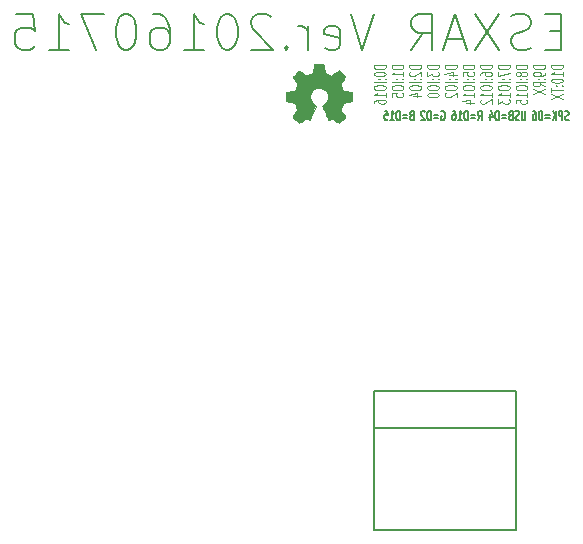
<source format=gbr>
G04 #@! TF.FileFunction,Legend,Bot*
%FSLAX46Y46*%
G04 Gerber Fmt 4.6, Leading zero omitted, Abs format (unit mm)*
G04 Created by KiCad (PCBNEW 4.0.2+dfsg1-stable) date 2016年07月15日 17時34分00秒*
%MOMM*%
G01*
G04 APERTURE LIST*
%ADD10C,0.100000*%
%ADD11C,0.150000*%
%ADD12C,0.132500*%
%ADD13C,0.002540*%
G04 APERTURE END LIST*
D10*
X168212381Y-113172857D02*
X167212381Y-113172857D01*
X167212381Y-113315714D01*
X167260000Y-113401429D01*
X167355238Y-113458571D01*
X167450476Y-113487143D01*
X167640952Y-113515714D01*
X167783810Y-113515714D01*
X167974286Y-113487143D01*
X168069524Y-113458571D01*
X168164762Y-113401429D01*
X168212381Y-113315714D01*
X168212381Y-113172857D01*
X167212381Y-113887143D02*
X167212381Y-113944286D01*
X167260000Y-114001429D01*
X167307619Y-114030000D01*
X167402857Y-114058571D01*
X167593333Y-114087143D01*
X167831429Y-114087143D01*
X168021905Y-114058571D01*
X168117143Y-114030000D01*
X168164762Y-114001429D01*
X168212381Y-113944286D01*
X168212381Y-113887143D01*
X168164762Y-113830000D01*
X168117143Y-113801429D01*
X168021905Y-113772857D01*
X167831429Y-113744286D01*
X167593333Y-113744286D01*
X167402857Y-113772857D01*
X167307619Y-113801429D01*
X167260000Y-113830000D01*
X167212381Y-113887143D01*
X168117143Y-114344286D02*
X168164762Y-114372858D01*
X168212381Y-114344286D01*
X168164762Y-114315715D01*
X168117143Y-114344286D01*
X168212381Y-114344286D01*
X167593333Y-114344286D02*
X167640952Y-114372858D01*
X167688571Y-114344286D01*
X167640952Y-114315715D01*
X167593333Y-114344286D01*
X167688571Y-114344286D01*
X168212381Y-114630000D02*
X167212381Y-114630000D01*
X167212381Y-115030000D02*
X167212381Y-115144286D01*
X167260000Y-115201428D01*
X167355238Y-115258571D01*
X167545714Y-115287143D01*
X167879048Y-115287143D01*
X168069524Y-115258571D01*
X168164762Y-115201428D01*
X168212381Y-115144286D01*
X168212381Y-115030000D01*
X168164762Y-114972857D01*
X168069524Y-114915714D01*
X167879048Y-114887143D01*
X167545714Y-114887143D01*
X167355238Y-114915714D01*
X167260000Y-114972857D01*
X167212381Y-115030000D01*
X168212381Y-115858571D02*
X168212381Y-115515714D01*
X168212381Y-115687142D02*
X167212381Y-115687142D01*
X167355238Y-115629999D01*
X167450476Y-115572857D01*
X167498095Y-115515714D01*
X167212381Y-116372857D02*
X167212381Y-116258571D01*
X167260000Y-116201428D01*
X167307619Y-116172857D01*
X167450476Y-116115714D01*
X167640952Y-116087143D01*
X168021905Y-116087143D01*
X168117143Y-116115714D01*
X168164762Y-116144286D01*
X168212381Y-116201428D01*
X168212381Y-116315714D01*
X168164762Y-116372857D01*
X168117143Y-116401428D01*
X168021905Y-116430000D01*
X167783810Y-116430000D01*
X167688571Y-116401428D01*
X167640952Y-116372857D01*
X167593333Y-116315714D01*
X167593333Y-116201428D01*
X167640952Y-116144286D01*
X167688571Y-116115714D01*
X167783810Y-116087143D01*
X169712381Y-113172857D02*
X168712381Y-113172857D01*
X168712381Y-113315714D01*
X168760000Y-113401429D01*
X168855238Y-113458571D01*
X168950476Y-113487143D01*
X169140952Y-113515714D01*
X169283810Y-113515714D01*
X169474286Y-113487143D01*
X169569524Y-113458571D01*
X169664762Y-113401429D01*
X169712381Y-113315714D01*
X169712381Y-113172857D01*
X169712381Y-114087143D02*
X169712381Y-113744286D01*
X169712381Y-113915714D02*
X168712381Y-113915714D01*
X168855238Y-113858571D01*
X168950476Y-113801429D01*
X168998095Y-113744286D01*
X169617143Y-114344286D02*
X169664762Y-114372858D01*
X169712381Y-114344286D01*
X169664762Y-114315715D01*
X169617143Y-114344286D01*
X169712381Y-114344286D01*
X169093333Y-114344286D02*
X169140952Y-114372858D01*
X169188571Y-114344286D01*
X169140952Y-114315715D01*
X169093333Y-114344286D01*
X169188571Y-114344286D01*
X169712381Y-114630000D02*
X168712381Y-114630000D01*
X168712381Y-115030000D02*
X168712381Y-115144286D01*
X168760000Y-115201428D01*
X168855238Y-115258571D01*
X169045714Y-115287143D01*
X169379048Y-115287143D01*
X169569524Y-115258571D01*
X169664762Y-115201428D01*
X169712381Y-115144286D01*
X169712381Y-115030000D01*
X169664762Y-114972857D01*
X169569524Y-114915714D01*
X169379048Y-114887143D01*
X169045714Y-114887143D01*
X168855238Y-114915714D01*
X168760000Y-114972857D01*
X168712381Y-115030000D01*
X168712381Y-115829999D02*
X168712381Y-115544285D01*
X169188571Y-115515714D01*
X169140952Y-115544285D01*
X169093333Y-115601428D01*
X169093333Y-115744285D01*
X169140952Y-115801428D01*
X169188571Y-115829999D01*
X169283810Y-115858571D01*
X169521905Y-115858571D01*
X169617143Y-115829999D01*
X169664762Y-115801428D01*
X169712381Y-115744285D01*
X169712381Y-115601428D01*
X169664762Y-115544285D01*
X169617143Y-115515714D01*
X171212381Y-113172857D02*
X170212381Y-113172857D01*
X170212381Y-113315714D01*
X170260000Y-113401429D01*
X170355238Y-113458571D01*
X170450476Y-113487143D01*
X170640952Y-113515714D01*
X170783810Y-113515714D01*
X170974286Y-113487143D01*
X171069524Y-113458571D01*
X171164762Y-113401429D01*
X171212381Y-113315714D01*
X171212381Y-113172857D01*
X170307619Y-113744286D02*
X170260000Y-113772857D01*
X170212381Y-113830000D01*
X170212381Y-113972857D01*
X170260000Y-114030000D01*
X170307619Y-114058571D01*
X170402857Y-114087143D01*
X170498095Y-114087143D01*
X170640952Y-114058571D01*
X171212381Y-113715714D01*
X171212381Y-114087143D01*
X171117143Y-114344286D02*
X171164762Y-114372858D01*
X171212381Y-114344286D01*
X171164762Y-114315715D01*
X171117143Y-114344286D01*
X171212381Y-114344286D01*
X170593333Y-114344286D02*
X170640952Y-114372858D01*
X170688571Y-114344286D01*
X170640952Y-114315715D01*
X170593333Y-114344286D01*
X170688571Y-114344286D01*
X171212381Y-114630000D02*
X170212381Y-114630000D01*
X170212381Y-115030000D02*
X170212381Y-115144286D01*
X170260000Y-115201428D01*
X170355238Y-115258571D01*
X170545714Y-115287143D01*
X170879048Y-115287143D01*
X171069524Y-115258571D01*
X171164762Y-115201428D01*
X171212381Y-115144286D01*
X171212381Y-115030000D01*
X171164762Y-114972857D01*
X171069524Y-114915714D01*
X170879048Y-114887143D01*
X170545714Y-114887143D01*
X170355238Y-114915714D01*
X170260000Y-114972857D01*
X170212381Y-115030000D01*
X170545714Y-115801428D02*
X171212381Y-115801428D01*
X170164762Y-115658571D02*
X170879048Y-115515714D01*
X170879048Y-115887142D01*
X172712381Y-113172857D02*
X171712381Y-113172857D01*
X171712381Y-113315714D01*
X171760000Y-113401429D01*
X171855238Y-113458571D01*
X171950476Y-113487143D01*
X172140952Y-113515714D01*
X172283810Y-113515714D01*
X172474286Y-113487143D01*
X172569524Y-113458571D01*
X172664762Y-113401429D01*
X172712381Y-113315714D01*
X172712381Y-113172857D01*
X171712381Y-113715714D02*
X171712381Y-114087143D01*
X172093333Y-113887143D01*
X172093333Y-113972857D01*
X172140952Y-114030000D01*
X172188571Y-114058571D01*
X172283810Y-114087143D01*
X172521905Y-114087143D01*
X172617143Y-114058571D01*
X172664762Y-114030000D01*
X172712381Y-113972857D01*
X172712381Y-113801429D01*
X172664762Y-113744286D01*
X172617143Y-113715714D01*
X172617143Y-114344286D02*
X172664762Y-114372858D01*
X172712381Y-114344286D01*
X172664762Y-114315715D01*
X172617143Y-114344286D01*
X172712381Y-114344286D01*
X172093333Y-114344286D02*
X172140952Y-114372858D01*
X172188571Y-114344286D01*
X172140952Y-114315715D01*
X172093333Y-114344286D01*
X172188571Y-114344286D01*
X172712381Y-114630000D02*
X171712381Y-114630000D01*
X171712381Y-115030000D02*
X171712381Y-115144286D01*
X171760000Y-115201428D01*
X171855238Y-115258571D01*
X172045714Y-115287143D01*
X172379048Y-115287143D01*
X172569524Y-115258571D01*
X172664762Y-115201428D01*
X172712381Y-115144286D01*
X172712381Y-115030000D01*
X172664762Y-114972857D01*
X172569524Y-114915714D01*
X172379048Y-114887143D01*
X172045714Y-114887143D01*
X171855238Y-114915714D01*
X171760000Y-114972857D01*
X171712381Y-115030000D01*
X171712381Y-115658571D02*
X171712381Y-115715714D01*
X171760000Y-115772857D01*
X171807619Y-115801428D01*
X171902857Y-115829999D01*
X172093333Y-115858571D01*
X172331429Y-115858571D01*
X172521905Y-115829999D01*
X172617143Y-115801428D01*
X172664762Y-115772857D01*
X172712381Y-115715714D01*
X172712381Y-115658571D01*
X172664762Y-115601428D01*
X172617143Y-115572857D01*
X172521905Y-115544285D01*
X172331429Y-115515714D01*
X172093333Y-115515714D01*
X171902857Y-115544285D01*
X171807619Y-115572857D01*
X171760000Y-115601428D01*
X171712381Y-115658571D01*
X174212381Y-113172857D02*
X173212381Y-113172857D01*
X173212381Y-113315714D01*
X173260000Y-113401429D01*
X173355238Y-113458571D01*
X173450476Y-113487143D01*
X173640952Y-113515714D01*
X173783810Y-113515714D01*
X173974286Y-113487143D01*
X174069524Y-113458571D01*
X174164762Y-113401429D01*
X174212381Y-113315714D01*
X174212381Y-113172857D01*
X173545714Y-114030000D02*
X174212381Y-114030000D01*
X173164762Y-113887143D02*
X173879048Y-113744286D01*
X173879048Y-114115714D01*
X174117143Y-114344286D02*
X174164762Y-114372858D01*
X174212381Y-114344286D01*
X174164762Y-114315715D01*
X174117143Y-114344286D01*
X174212381Y-114344286D01*
X173593333Y-114344286D02*
X173640952Y-114372858D01*
X173688571Y-114344286D01*
X173640952Y-114315715D01*
X173593333Y-114344286D01*
X173688571Y-114344286D01*
X174212381Y-114630000D02*
X173212381Y-114630000D01*
X173212381Y-115030000D02*
X173212381Y-115144286D01*
X173260000Y-115201428D01*
X173355238Y-115258571D01*
X173545714Y-115287143D01*
X173879048Y-115287143D01*
X174069524Y-115258571D01*
X174164762Y-115201428D01*
X174212381Y-115144286D01*
X174212381Y-115030000D01*
X174164762Y-114972857D01*
X174069524Y-114915714D01*
X173879048Y-114887143D01*
X173545714Y-114887143D01*
X173355238Y-114915714D01*
X173260000Y-114972857D01*
X173212381Y-115030000D01*
X173307619Y-115515714D02*
X173260000Y-115544285D01*
X173212381Y-115601428D01*
X173212381Y-115744285D01*
X173260000Y-115801428D01*
X173307619Y-115829999D01*
X173402857Y-115858571D01*
X173498095Y-115858571D01*
X173640952Y-115829999D01*
X174212381Y-115487142D01*
X174212381Y-115858571D01*
X175712381Y-113172857D02*
X174712381Y-113172857D01*
X174712381Y-113315714D01*
X174760000Y-113401429D01*
X174855238Y-113458571D01*
X174950476Y-113487143D01*
X175140952Y-113515714D01*
X175283810Y-113515714D01*
X175474286Y-113487143D01*
X175569524Y-113458571D01*
X175664762Y-113401429D01*
X175712381Y-113315714D01*
X175712381Y-113172857D01*
X174712381Y-114058571D02*
X174712381Y-113772857D01*
X175188571Y-113744286D01*
X175140952Y-113772857D01*
X175093333Y-113830000D01*
X175093333Y-113972857D01*
X175140952Y-114030000D01*
X175188571Y-114058571D01*
X175283810Y-114087143D01*
X175521905Y-114087143D01*
X175617143Y-114058571D01*
X175664762Y-114030000D01*
X175712381Y-113972857D01*
X175712381Y-113830000D01*
X175664762Y-113772857D01*
X175617143Y-113744286D01*
X175617143Y-114344286D02*
X175664762Y-114372858D01*
X175712381Y-114344286D01*
X175664762Y-114315715D01*
X175617143Y-114344286D01*
X175712381Y-114344286D01*
X175093333Y-114344286D02*
X175140952Y-114372858D01*
X175188571Y-114344286D01*
X175140952Y-114315715D01*
X175093333Y-114344286D01*
X175188571Y-114344286D01*
X175712381Y-114630000D02*
X174712381Y-114630000D01*
X174712381Y-115030000D02*
X174712381Y-115144286D01*
X174760000Y-115201428D01*
X174855238Y-115258571D01*
X175045714Y-115287143D01*
X175379048Y-115287143D01*
X175569524Y-115258571D01*
X175664762Y-115201428D01*
X175712381Y-115144286D01*
X175712381Y-115030000D01*
X175664762Y-114972857D01*
X175569524Y-114915714D01*
X175379048Y-114887143D01*
X175045714Y-114887143D01*
X174855238Y-114915714D01*
X174760000Y-114972857D01*
X174712381Y-115030000D01*
X175712381Y-115858571D02*
X175712381Y-115515714D01*
X175712381Y-115687142D02*
X174712381Y-115687142D01*
X174855238Y-115629999D01*
X174950476Y-115572857D01*
X174998095Y-115515714D01*
X175045714Y-116372857D02*
X175712381Y-116372857D01*
X174664762Y-116230000D02*
X175379048Y-116087143D01*
X175379048Y-116458571D01*
X177212381Y-113172857D02*
X176212381Y-113172857D01*
X176212381Y-113315714D01*
X176260000Y-113401429D01*
X176355238Y-113458571D01*
X176450476Y-113487143D01*
X176640952Y-113515714D01*
X176783810Y-113515714D01*
X176974286Y-113487143D01*
X177069524Y-113458571D01*
X177164762Y-113401429D01*
X177212381Y-113315714D01*
X177212381Y-113172857D01*
X176212381Y-114030000D02*
X176212381Y-113915714D01*
X176260000Y-113858571D01*
X176307619Y-113830000D01*
X176450476Y-113772857D01*
X176640952Y-113744286D01*
X177021905Y-113744286D01*
X177117143Y-113772857D01*
X177164762Y-113801429D01*
X177212381Y-113858571D01*
X177212381Y-113972857D01*
X177164762Y-114030000D01*
X177117143Y-114058571D01*
X177021905Y-114087143D01*
X176783810Y-114087143D01*
X176688571Y-114058571D01*
X176640952Y-114030000D01*
X176593333Y-113972857D01*
X176593333Y-113858571D01*
X176640952Y-113801429D01*
X176688571Y-113772857D01*
X176783810Y-113744286D01*
X177117143Y-114344286D02*
X177164762Y-114372858D01*
X177212381Y-114344286D01*
X177164762Y-114315715D01*
X177117143Y-114344286D01*
X177212381Y-114344286D01*
X176593333Y-114344286D02*
X176640952Y-114372858D01*
X176688571Y-114344286D01*
X176640952Y-114315715D01*
X176593333Y-114344286D01*
X176688571Y-114344286D01*
X177212381Y-114630000D02*
X176212381Y-114630000D01*
X176212381Y-115030000D02*
X176212381Y-115144286D01*
X176260000Y-115201428D01*
X176355238Y-115258571D01*
X176545714Y-115287143D01*
X176879048Y-115287143D01*
X177069524Y-115258571D01*
X177164762Y-115201428D01*
X177212381Y-115144286D01*
X177212381Y-115030000D01*
X177164762Y-114972857D01*
X177069524Y-114915714D01*
X176879048Y-114887143D01*
X176545714Y-114887143D01*
X176355238Y-114915714D01*
X176260000Y-114972857D01*
X176212381Y-115030000D01*
X177212381Y-115858571D02*
X177212381Y-115515714D01*
X177212381Y-115687142D02*
X176212381Y-115687142D01*
X176355238Y-115629999D01*
X176450476Y-115572857D01*
X176498095Y-115515714D01*
X176307619Y-116087143D02*
X176260000Y-116115714D01*
X176212381Y-116172857D01*
X176212381Y-116315714D01*
X176260000Y-116372857D01*
X176307619Y-116401428D01*
X176402857Y-116430000D01*
X176498095Y-116430000D01*
X176640952Y-116401428D01*
X177212381Y-116058571D01*
X177212381Y-116430000D01*
X178712381Y-113172857D02*
X177712381Y-113172857D01*
X177712381Y-113315714D01*
X177760000Y-113401429D01*
X177855238Y-113458571D01*
X177950476Y-113487143D01*
X178140952Y-113515714D01*
X178283810Y-113515714D01*
X178474286Y-113487143D01*
X178569524Y-113458571D01*
X178664762Y-113401429D01*
X178712381Y-113315714D01*
X178712381Y-113172857D01*
X177712381Y-113715714D02*
X177712381Y-114115714D01*
X178712381Y-113858571D01*
X178617143Y-114344286D02*
X178664762Y-114372858D01*
X178712381Y-114344286D01*
X178664762Y-114315715D01*
X178617143Y-114344286D01*
X178712381Y-114344286D01*
X178093333Y-114344286D02*
X178140952Y-114372858D01*
X178188571Y-114344286D01*
X178140952Y-114315715D01*
X178093333Y-114344286D01*
X178188571Y-114344286D01*
X178712381Y-114630000D02*
X177712381Y-114630000D01*
X177712381Y-115030000D02*
X177712381Y-115144286D01*
X177760000Y-115201428D01*
X177855238Y-115258571D01*
X178045714Y-115287143D01*
X178379048Y-115287143D01*
X178569524Y-115258571D01*
X178664762Y-115201428D01*
X178712381Y-115144286D01*
X178712381Y-115030000D01*
X178664762Y-114972857D01*
X178569524Y-114915714D01*
X178379048Y-114887143D01*
X178045714Y-114887143D01*
X177855238Y-114915714D01*
X177760000Y-114972857D01*
X177712381Y-115030000D01*
X178712381Y-115858571D02*
X178712381Y-115515714D01*
X178712381Y-115687142D02*
X177712381Y-115687142D01*
X177855238Y-115629999D01*
X177950476Y-115572857D01*
X177998095Y-115515714D01*
X177712381Y-116058571D02*
X177712381Y-116430000D01*
X178093333Y-116230000D01*
X178093333Y-116315714D01*
X178140952Y-116372857D01*
X178188571Y-116401428D01*
X178283810Y-116430000D01*
X178521905Y-116430000D01*
X178617143Y-116401428D01*
X178664762Y-116372857D01*
X178712381Y-116315714D01*
X178712381Y-116144286D01*
X178664762Y-116087143D01*
X178617143Y-116058571D01*
X180212381Y-113172857D02*
X179212381Y-113172857D01*
X179212381Y-113315714D01*
X179260000Y-113401429D01*
X179355238Y-113458571D01*
X179450476Y-113487143D01*
X179640952Y-113515714D01*
X179783810Y-113515714D01*
X179974286Y-113487143D01*
X180069524Y-113458571D01*
X180164762Y-113401429D01*
X180212381Y-113315714D01*
X180212381Y-113172857D01*
X179640952Y-113858571D02*
X179593333Y-113801429D01*
X179545714Y-113772857D01*
X179450476Y-113744286D01*
X179402857Y-113744286D01*
X179307619Y-113772857D01*
X179260000Y-113801429D01*
X179212381Y-113858571D01*
X179212381Y-113972857D01*
X179260000Y-114030000D01*
X179307619Y-114058571D01*
X179402857Y-114087143D01*
X179450476Y-114087143D01*
X179545714Y-114058571D01*
X179593333Y-114030000D01*
X179640952Y-113972857D01*
X179640952Y-113858571D01*
X179688571Y-113801429D01*
X179736190Y-113772857D01*
X179831429Y-113744286D01*
X180021905Y-113744286D01*
X180117143Y-113772857D01*
X180164762Y-113801429D01*
X180212381Y-113858571D01*
X180212381Y-113972857D01*
X180164762Y-114030000D01*
X180117143Y-114058571D01*
X180021905Y-114087143D01*
X179831429Y-114087143D01*
X179736190Y-114058571D01*
X179688571Y-114030000D01*
X179640952Y-113972857D01*
X180117143Y-114344286D02*
X180164762Y-114372858D01*
X180212381Y-114344286D01*
X180164762Y-114315715D01*
X180117143Y-114344286D01*
X180212381Y-114344286D01*
X179593333Y-114344286D02*
X179640952Y-114372858D01*
X179688571Y-114344286D01*
X179640952Y-114315715D01*
X179593333Y-114344286D01*
X179688571Y-114344286D01*
X180212381Y-114630000D02*
X179212381Y-114630000D01*
X179212381Y-115030000D02*
X179212381Y-115144286D01*
X179260000Y-115201428D01*
X179355238Y-115258571D01*
X179545714Y-115287143D01*
X179879048Y-115287143D01*
X180069524Y-115258571D01*
X180164762Y-115201428D01*
X180212381Y-115144286D01*
X180212381Y-115030000D01*
X180164762Y-114972857D01*
X180069524Y-114915714D01*
X179879048Y-114887143D01*
X179545714Y-114887143D01*
X179355238Y-114915714D01*
X179260000Y-114972857D01*
X179212381Y-115030000D01*
X180212381Y-115858571D02*
X180212381Y-115515714D01*
X180212381Y-115687142D02*
X179212381Y-115687142D01*
X179355238Y-115629999D01*
X179450476Y-115572857D01*
X179498095Y-115515714D01*
X179212381Y-116401428D02*
X179212381Y-116115714D01*
X179688571Y-116087143D01*
X179640952Y-116115714D01*
X179593333Y-116172857D01*
X179593333Y-116315714D01*
X179640952Y-116372857D01*
X179688571Y-116401428D01*
X179783810Y-116430000D01*
X180021905Y-116430000D01*
X180117143Y-116401428D01*
X180164762Y-116372857D01*
X180212381Y-116315714D01*
X180212381Y-116172857D01*
X180164762Y-116115714D01*
X180117143Y-116087143D01*
X181712381Y-113172857D02*
X180712381Y-113172857D01*
X180712381Y-113315714D01*
X180760000Y-113401429D01*
X180855238Y-113458571D01*
X180950476Y-113487143D01*
X181140952Y-113515714D01*
X181283810Y-113515714D01*
X181474286Y-113487143D01*
X181569524Y-113458571D01*
X181664762Y-113401429D01*
X181712381Y-113315714D01*
X181712381Y-113172857D01*
X181712381Y-113801429D02*
X181712381Y-113915714D01*
X181664762Y-113972857D01*
X181617143Y-114001429D01*
X181474286Y-114058571D01*
X181283810Y-114087143D01*
X180902857Y-114087143D01*
X180807619Y-114058571D01*
X180760000Y-114030000D01*
X180712381Y-113972857D01*
X180712381Y-113858571D01*
X180760000Y-113801429D01*
X180807619Y-113772857D01*
X180902857Y-113744286D01*
X181140952Y-113744286D01*
X181236190Y-113772857D01*
X181283810Y-113801429D01*
X181331429Y-113858571D01*
X181331429Y-113972857D01*
X181283810Y-114030000D01*
X181236190Y-114058571D01*
X181140952Y-114087143D01*
X181617143Y-114344286D02*
X181664762Y-114372858D01*
X181712381Y-114344286D01*
X181664762Y-114315715D01*
X181617143Y-114344286D01*
X181712381Y-114344286D01*
X181093333Y-114344286D02*
X181140952Y-114372858D01*
X181188571Y-114344286D01*
X181140952Y-114315715D01*
X181093333Y-114344286D01*
X181188571Y-114344286D01*
X181712381Y-114972857D02*
X181236190Y-114772857D01*
X181712381Y-114630000D02*
X180712381Y-114630000D01*
X180712381Y-114858572D01*
X180760000Y-114915714D01*
X180807619Y-114944286D01*
X180902857Y-114972857D01*
X181045714Y-114972857D01*
X181140952Y-114944286D01*
X181188571Y-114915714D01*
X181236190Y-114858572D01*
X181236190Y-114630000D01*
X180712381Y-115172857D02*
X181712381Y-115572857D01*
X180712381Y-115572857D02*
X181712381Y-115172857D01*
X183212381Y-113172857D02*
X182212381Y-113172857D01*
X182212381Y-113315714D01*
X182260000Y-113401429D01*
X182355238Y-113458571D01*
X182450476Y-113487143D01*
X182640952Y-113515714D01*
X182783810Y-113515714D01*
X182974286Y-113487143D01*
X183069524Y-113458571D01*
X183164762Y-113401429D01*
X183212381Y-113315714D01*
X183212381Y-113172857D01*
X183212381Y-114087143D02*
X183212381Y-113744286D01*
X183212381Y-113915714D02*
X182212381Y-113915714D01*
X182355238Y-113858571D01*
X182450476Y-113801429D01*
X182498095Y-113744286D01*
X182212381Y-114458572D02*
X182212381Y-114515715D01*
X182260000Y-114572858D01*
X182307619Y-114601429D01*
X182402857Y-114630000D01*
X182593333Y-114658572D01*
X182831429Y-114658572D01*
X183021905Y-114630000D01*
X183117143Y-114601429D01*
X183164762Y-114572858D01*
X183212381Y-114515715D01*
X183212381Y-114458572D01*
X183164762Y-114401429D01*
X183117143Y-114372858D01*
X183021905Y-114344286D01*
X182831429Y-114315715D01*
X182593333Y-114315715D01*
X182402857Y-114344286D01*
X182307619Y-114372858D01*
X182260000Y-114401429D01*
X182212381Y-114458572D01*
X183117143Y-114915715D02*
X183164762Y-114944287D01*
X183212381Y-114915715D01*
X183164762Y-114887144D01*
X183117143Y-114915715D01*
X183212381Y-114915715D01*
X182593333Y-114915715D02*
X182640952Y-114944287D01*
X182688571Y-114915715D01*
X182640952Y-114887144D01*
X182593333Y-114915715D01*
X182688571Y-114915715D01*
X182212381Y-115115715D02*
X182212381Y-115458572D01*
X183212381Y-115287143D02*
X182212381Y-115287143D01*
X182212381Y-115601429D02*
X183212381Y-116001429D01*
X182212381Y-116001429D02*
X183212381Y-115601429D01*
D11*
X183091429Y-110275714D02*
X182091429Y-110275714D01*
X181662858Y-111847143D02*
X183091429Y-111847143D01*
X183091429Y-108847143D01*
X181662858Y-108847143D01*
X180520000Y-111704286D02*
X180091429Y-111847143D01*
X179377143Y-111847143D01*
X179091429Y-111704286D01*
X178948572Y-111561429D01*
X178805715Y-111275714D01*
X178805715Y-110990000D01*
X178948572Y-110704286D01*
X179091429Y-110561429D01*
X179377143Y-110418571D01*
X179948572Y-110275714D01*
X180234286Y-110132857D01*
X180377143Y-109990000D01*
X180520000Y-109704286D01*
X180520000Y-109418571D01*
X180377143Y-109132857D01*
X180234286Y-108990000D01*
X179948572Y-108847143D01*
X179234286Y-108847143D01*
X178805715Y-108990000D01*
X177805715Y-108847143D02*
X175805715Y-111847143D01*
X175805715Y-108847143D02*
X177805715Y-111847143D01*
X174805714Y-110990000D02*
X173377143Y-110990000D01*
X175091429Y-111847143D02*
X174091429Y-108847143D01*
X173091429Y-111847143D01*
X170377143Y-111847143D02*
X171377143Y-110418571D01*
X172091428Y-111847143D02*
X172091428Y-108847143D01*
X170948571Y-108847143D01*
X170662857Y-108990000D01*
X170520000Y-109132857D01*
X170377143Y-109418571D01*
X170377143Y-109847143D01*
X170520000Y-110132857D01*
X170662857Y-110275714D01*
X170948571Y-110418571D01*
X172091428Y-110418571D01*
X167234286Y-108847143D02*
X166234286Y-111847143D01*
X165234286Y-108847143D01*
X163091428Y-111704286D02*
X163377142Y-111847143D01*
X163948571Y-111847143D01*
X164234285Y-111704286D01*
X164377142Y-111418571D01*
X164377142Y-110275714D01*
X164234285Y-109990000D01*
X163948571Y-109847143D01*
X163377142Y-109847143D01*
X163091428Y-109990000D01*
X162948571Y-110275714D01*
X162948571Y-110561429D01*
X164377142Y-110847143D01*
X161662856Y-111847143D02*
X161662856Y-109847143D01*
X161662856Y-110418571D02*
X161519999Y-110132857D01*
X161377142Y-109990000D01*
X161091428Y-109847143D01*
X160805713Y-109847143D01*
X159805713Y-111561429D02*
X159662856Y-111704286D01*
X159805713Y-111847143D01*
X159948570Y-111704286D01*
X159805713Y-111561429D01*
X159805713Y-111847143D01*
X158519999Y-109132857D02*
X158377142Y-108990000D01*
X158091428Y-108847143D01*
X157377142Y-108847143D01*
X157091428Y-108990000D01*
X156948571Y-109132857D01*
X156805714Y-109418571D01*
X156805714Y-109704286D01*
X156948571Y-110132857D01*
X158662857Y-111847143D01*
X156805714Y-111847143D01*
X154948571Y-108847143D02*
X154662856Y-108847143D01*
X154377142Y-108990000D01*
X154234285Y-109132857D01*
X154091428Y-109418571D01*
X153948571Y-109990000D01*
X153948571Y-110704286D01*
X154091428Y-111275714D01*
X154234285Y-111561429D01*
X154377142Y-111704286D01*
X154662856Y-111847143D01*
X154948571Y-111847143D01*
X155234285Y-111704286D01*
X155377142Y-111561429D01*
X155519999Y-111275714D01*
X155662856Y-110704286D01*
X155662856Y-109990000D01*
X155519999Y-109418571D01*
X155377142Y-109132857D01*
X155234285Y-108990000D01*
X154948571Y-108847143D01*
X151091428Y-111847143D02*
X152805713Y-111847143D01*
X151948571Y-111847143D02*
X151948571Y-108847143D01*
X152234285Y-109275714D01*
X152519999Y-109561429D01*
X152805713Y-109704286D01*
X148519999Y-108847143D02*
X149091428Y-108847143D01*
X149377142Y-108990000D01*
X149519999Y-109132857D01*
X149805713Y-109561429D01*
X149948570Y-110132857D01*
X149948570Y-111275714D01*
X149805713Y-111561429D01*
X149662856Y-111704286D01*
X149377142Y-111847143D01*
X148805713Y-111847143D01*
X148519999Y-111704286D01*
X148377142Y-111561429D01*
X148234285Y-111275714D01*
X148234285Y-110561429D01*
X148377142Y-110275714D01*
X148519999Y-110132857D01*
X148805713Y-109990000D01*
X149377142Y-109990000D01*
X149662856Y-110132857D01*
X149805713Y-110275714D01*
X149948570Y-110561429D01*
X146377142Y-108847143D02*
X146091427Y-108847143D01*
X145805713Y-108990000D01*
X145662856Y-109132857D01*
X145519999Y-109418571D01*
X145377142Y-109990000D01*
X145377142Y-110704286D01*
X145519999Y-111275714D01*
X145662856Y-111561429D01*
X145805713Y-111704286D01*
X146091427Y-111847143D01*
X146377142Y-111847143D01*
X146662856Y-111704286D01*
X146805713Y-111561429D01*
X146948570Y-111275714D01*
X147091427Y-110704286D01*
X147091427Y-109990000D01*
X146948570Y-109418571D01*
X146805713Y-109132857D01*
X146662856Y-108990000D01*
X146377142Y-108847143D01*
X144377142Y-108847143D02*
X142377142Y-108847143D01*
X143662856Y-111847143D01*
X139662856Y-111847143D02*
X141377141Y-111847143D01*
X140519999Y-111847143D02*
X140519999Y-108847143D01*
X140805713Y-109275714D01*
X141091427Y-109561429D01*
X141377141Y-109704286D01*
X136948570Y-108847143D02*
X138377141Y-108847143D01*
X138519998Y-110275714D01*
X138377141Y-110132857D01*
X138091427Y-109990000D01*
X137377141Y-109990000D01*
X137091427Y-110132857D01*
X136948570Y-110275714D01*
X136805713Y-110561429D01*
X136805713Y-111275714D01*
X136948570Y-111561429D01*
X137091427Y-111704286D01*
X137377141Y-111847143D01*
X138091427Y-111847143D01*
X138377141Y-111704286D01*
X138519998Y-111561429D01*
D12*
X183706191Y-117798810D02*
X183630476Y-117836905D01*
X183504286Y-117836905D01*
X183453810Y-117798810D01*
X183428572Y-117760714D01*
X183403333Y-117684524D01*
X183403333Y-117608333D01*
X183428572Y-117532143D01*
X183453810Y-117494048D01*
X183504286Y-117455952D01*
X183605238Y-117417857D01*
X183655714Y-117379762D01*
X183680953Y-117341667D01*
X183706191Y-117265476D01*
X183706191Y-117189286D01*
X183680953Y-117113095D01*
X183655714Y-117075000D01*
X183605238Y-117036905D01*
X183479048Y-117036905D01*
X183403333Y-117075000D01*
X183176191Y-117836905D02*
X183176191Y-117036905D01*
X182974286Y-117036905D01*
X182923810Y-117075000D01*
X182898571Y-117113095D01*
X182873333Y-117189286D01*
X182873333Y-117303571D01*
X182898571Y-117379762D01*
X182923810Y-117417857D01*
X182974286Y-117455952D01*
X183176191Y-117455952D01*
X182646191Y-117836905D02*
X182646191Y-117036905D01*
X182343333Y-117836905D02*
X182570476Y-117379762D01*
X182343333Y-117036905D02*
X182646191Y-117494048D01*
X182116191Y-117417857D02*
X181712381Y-117417857D01*
X181712381Y-117646429D02*
X182116191Y-117646429D01*
X181460001Y-117836905D02*
X181460001Y-117036905D01*
X181333810Y-117036905D01*
X181258096Y-117075000D01*
X181207620Y-117151190D01*
X181182381Y-117227381D01*
X181157143Y-117379762D01*
X181157143Y-117494048D01*
X181182381Y-117646429D01*
X181207620Y-117722619D01*
X181258096Y-117798810D01*
X181333810Y-117836905D01*
X181460001Y-117836905D01*
X180702858Y-117036905D02*
X180803810Y-117036905D01*
X180854286Y-117075000D01*
X180879524Y-117113095D01*
X180930001Y-117227381D01*
X180955239Y-117379762D01*
X180955239Y-117684524D01*
X180930001Y-117760714D01*
X180904762Y-117798810D01*
X180854286Y-117836905D01*
X180753334Y-117836905D01*
X180702858Y-117798810D01*
X180677620Y-117760714D01*
X180652381Y-117684524D01*
X180652381Y-117494048D01*
X180677620Y-117417857D01*
X180702858Y-117379762D01*
X180753334Y-117341667D01*
X180854286Y-117341667D01*
X180904762Y-117379762D01*
X180930001Y-117417857D01*
X180955239Y-117494048D01*
X180021429Y-117036905D02*
X180021429Y-117684524D01*
X179996190Y-117760714D01*
X179970952Y-117798810D01*
X179920476Y-117836905D01*
X179819524Y-117836905D01*
X179769048Y-117798810D01*
X179743809Y-117760714D01*
X179718571Y-117684524D01*
X179718571Y-117036905D01*
X179491429Y-117798810D02*
X179415714Y-117836905D01*
X179289524Y-117836905D01*
X179239048Y-117798810D01*
X179213810Y-117760714D01*
X179188571Y-117684524D01*
X179188571Y-117608333D01*
X179213810Y-117532143D01*
X179239048Y-117494048D01*
X179289524Y-117455952D01*
X179390476Y-117417857D01*
X179440952Y-117379762D01*
X179466191Y-117341667D01*
X179491429Y-117265476D01*
X179491429Y-117189286D01*
X179466191Y-117113095D01*
X179440952Y-117075000D01*
X179390476Y-117036905D01*
X179264286Y-117036905D01*
X179188571Y-117075000D01*
X178784762Y-117417857D02*
X178709048Y-117455952D01*
X178683809Y-117494048D01*
X178658571Y-117570238D01*
X178658571Y-117684524D01*
X178683809Y-117760714D01*
X178709048Y-117798810D01*
X178759524Y-117836905D01*
X178961429Y-117836905D01*
X178961429Y-117036905D01*
X178784762Y-117036905D01*
X178734286Y-117075000D01*
X178709048Y-117113095D01*
X178683809Y-117189286D01*
X178683809Y-117265476D01*
X178709048Y-117341667D01*
X178734286Y-117379762D01*
X178784762Y-117417857D01*
X178961429Y-117417857D01*
X178431429Y-117417857D02*
X178027619Y-117417857D01*
X178027619Y-117646429D02*
X178431429Y-117646429D01*
X177775239Y-117836905D02*
X177775239Y-117036905D01*
X177649048Y-117036905D01*
X177573334Y-117075000D01*
X177522858Y-117151190D01*
X177497619Y-117227381D01*
X177472381Y-117379762D01*
X177472381Y-117494048D01*
X177497619Y-117646429D01*
X177522858Y-117722619D01*
X177573334Y-117798810D01*
X177649048Y-117836905D01*
X177775239Y-117836905D01*
X177018096Y-117303571D02*
X177018096Y-117836905D01*
X177144286Y-116998810D02*
X177270477Y-117570238D01*
X176942381Y-117570238D01*
X176033809Y-117836905D02*
X176210476Y-117455952D01*
X176336667Y-117836905D02*
X176336667Y-117036905D01*
X176134762Y-117036905D01*
X176084286Y-117075000D01*
X176059047Y-117113095D01*
X176033809Y-117189286D01*
X176033809Y-117303571D01*
X176059047Y-117379762D01*
X176084286Y-117417857D01*
X176134762Y-117455952D01*
X176336667Y-117455952D01*
X175806667Y-117417857D02*
X175402857Y-117417857D01*
X175402857Y-117646429D02*
X175806667Y-117646429D01*
X175150477Y-117836905D02*
X175150477Y-117036905D01*
X175024286Y-117036905D01*
X174948572Y-117075000D01*
X174898096Y-117151190D01*
X174872857Y-117227381D01*
X174847619Y-117379762D01*
X174847619Y-117494048D01*
X174872857Y-117646429D01*
X174898096Y-117722619D01*
X174948572Y-117798810D01*
X175024286Y-117836905D01*
X175150477Y-117836905D01*
X174342857Y-117836905D02*
X174645715Y-117836905D01*
X174494286Y-117836905D02*
X174494286Y-117036905D01*
X174544762Y-117151190D01*
X174595238Y-117227381D01*
X174645715Y-117265476D01*
X173888572Y-117036905D02*
X173989524Y-117036905D01*
X174040000Y-117075000D01*
X174065238Y-117113095D01*
X174115715Y-117227381D01*
X174140953Y-117379762D01*
X174140953Y-117684524D01*
X174115715Y-117760714D01*
X174090476Y-117798810D01*
X174040000Y-117836905D01*
X173939048Y-117836905D01*
X173888572Y-117798810D01*
X173863334Y-117760714D01*
X173838095Y-117684524D01*
X173838095Y-117494048D01*
X173863334Y-117417857D01*
X173888572Y-117379762D01*
X173939048Y-117341667D01*
X174040000Y-117341667D01*
X174090476Y-117379762D01*
X174115715Y-117417857D01*
X174140953Y-117494048D01*
X172929523Y-117075000D02*
X172980000Y-117036905D01*
X173055714Y-117036905D01*
X173131428Y-117075000D01*
X173181904Y-117151190D01*
X173207143Y-117227381D01*
X173232381Y-117379762D01*
X173232381Y-117494048D01*
X173207143Y-117646429D01*
X173181904Y-117722619D01*
X173131428Y-117798810D01*
X173055714Y-117836905D01*
X173005238Y-117836905D01*
X172929523Y-117798810D01*
X172904285Y-117760714D01*
X172904285Y-117494048D01*
X173005238Y-117494048D01*
X172677143Y-117417857D02*
X172273333Y-117417857D01*
X172273333Y-117646429D02*
X172677143Y-117646429D01*
X172020953Y-117836905D02*
X172020953Y-117036905D01*
X171894762Y-117036905D01*
X171819048Y-117075000D01*
X171768572Y-117151190D01*
X171743333Y-117227381D01*
X171718095Y-117379762D01*
X171718095Y-117494048D01*
X171743333Y-117646429D01*
X171768572Y-117722619D01*
X171819048Y-117798810D01*
X171894762Y-117836905D01*
X172020953Y-117836905D01*
X171516191Y-117113095D02*
X171490953Y-117075000D01*
X171440476Y-117036905D01*
X171314286Y-117036905D01*
X171263810Y-117075000D01*
X171238572Y-117113095D01*
X171213333Y-117189286D01*
X171213333Y-117265476D01*
X171238572Y-117379762D01*
X171541429Y-117836905D01*
X171213333Y-117836905D01*
X170405714Y-117417857D02*
X170330000Y-117455952D01*
X170304761Y-117494048D01*
X170279523Y-117570238D01*
X170279523Y-117684524D01*
X170304761Y-117760714D01*
X170330000Y-117798810D01*
X170380476Y-117836905D01*
X170582381Y-117836905D01*
X170582381Y-117036905D01*
X170405714Y-117036905D01*
X170355238Y-117075000D01*
X170330000Y-117113095D01*
X170304761Y-117189286D01*
X170304761Y-117265476D01*
X170330000Y-117341667D01*
X170355238Y-117379762D01*
X170405714Y-117417857D01*
X170582381Y-117417857D01*
X170052381Y-117417857D02*
X169648571Y-117417857D01*
X169648571Y-117646429D02*
X170052381Y-117646429D01*
X169396191Y-117836905D02*
X169396191Y-117036905D01*
X169270000Y-117036905D01*
X169194286Y-117075000D01*
X169143810Y-117151190D01*
X169118571Y-117227381D01*
X169093333Y-117379762D01*
X169093333Y-117494048D01*
X169118571Y-117646429D01*
X169143810Y-117722619D01*
X169194286Y-117798810D01*
X169270000Y-117836905D01*
X169396191Y-117836905D01*
X168588571Y-117836905D02*
X168891429Y-117836905D01*
X168740000Y-117836905D02*
X168740000Y-117036905D01*
X168790476Y-117151190D01*
X168840952Y-117227381D01*
X168891429Y-117265476D01*
X168109048Y-117036905D02*
X168361429Y-117036905D01*
X168386667Y-117417857D01*
X168361429Y-117379762D01*
X168310952Y-117341667D01*
X168184762Y-117341667D01*
X168134286Y-117379762D01*
X168109048Y-117417857D01*
X168083809Y-117494048D01*
X168083809Y-117684524D01*
X168109048Y-117760714D01*
X168134286Y-117798810D01*
X168184762Y-117836905D01*
X168310952Y-117836905D01*
X168361429Y-117798810D01*
X168386667Y-117760714D01*
D11*
X167228000Y-152542000D02*
X167228000Y-140792000D01*
X179228000Y-140792000D02*
X179228000Y-152542000D01*
X179228000Y-140792000D02*
X167228000Y-140792000D01*
X179228000Y-143892000D02*
X167228000Y-143892000D01*
X167228000Y-152542000D02*
X179228000Y-152542000D01*
D13*
G36*
X164246560Y-118069360D02*
X164216080Y-118054120D01*
X164152580Y-118013480D01*
X164058600Y-117952520D01*
X163949380Y-117878860D01*
X163837620Y-117802660D01*
X163748720Y-117741700D01*
X163685220Y-117701060D01*
X163657280Y-117688360D01*
X163644580Y-117693440D01*
X163591240Y-117718840D01*
X163515040Y-117756940D01*
X163471860Y-117779800D01*
X163400740Y-117810280D01*
X163367720Y-117815360D01*
X163360100Y-117807740D01*
X163334700Y-117754400D01*
X163296600Y-117662960D01*
X163243260Y-117541040D01*
X163182300Y-117401340D01*
X163118800Y-117248940D01*
X163052760Y-117094000D01*
X162991800Y-116944140D01*
X162938460Y-116812060D01*
X162895280Y-116702840D01*
X162864800Y-116629180D01*
X162854640Y-116596160D01*
X162857180Y-116588540D01*
X162892740Y-116555520D01*
X162953700Y-116509800D01*
X163085780Y-116403120D01*
X163215320Y-116240560D01*
X163294060Y-116055140D01*
X163322000Y-115851940D01*
X163299140Y-115661440D01*
X163222940Y-115478560D01*
X163095940Y-115316000D01*
X162943540Y-115194080D01*
X162763200Y-115115340D01*
X162560000Y-115092480D01*
X162366960Y-115112800D01*
X162181540Y-115186460D01*
X162016440Y-115310920D01*
X161947860Y-115392200D01*
X161851340Y-115557300D01*
X161798000Y-115735100D01*
X161790380Y-115780820D01*
X161800540Y-115976400D01*
X161856420Y-116161820D01*
X161960560Y-116329460D01*
X162102800Y-116466620D01*
X162120580Y-116481860D01*
X162189160Y-116530120D01*
X162232340Y-116565680D01*
X162267900Y-116593620D01*
X162018980Y-117193060D01*
X161978340Y-117287040D01*
X161909760Y-117452140D01*
X161851340Y-117591840D01*
X161803080Y-117703600D01*
X161770060Y-117779800D01*
X161754820Y-117810280D01*
X161752280Y-117810280D01*
X161731960Y-117815360D01*
X161686240Y-117797580D01*
X161602420Y-117756940D01*
X161546540Y-117729000D01*
X161483040Y-117698520D01*
X161455100Y-117688360D01*
X161429700Y-117701060D01*
X161368740Y-117739160D01*
X161279840Y-117800120D01*
X161173160Y-117873780D01*
X161071560Y-117942360D01*
X160977580Y-118003320D01*
X160909000Y-118046500D01*
X160875980Y-118064280D01*
X160870900Y-118064280D01*
X160840420Y-118049040D01*
X160787080Y-118003320D01*
X160705800Y-117927120D01*
X160588960Y-117812820D01*
X160571180Y-117795040D01*
X160477200Y-117698520D01*
X160401000Y-117617240D01*
X160347660Y-117561360D01*
X160329880Y-117533420D01*
X160329880Y-117533420D01*
X160347660Y-117500400D01*
X160390840Y-117434360D01*
X160451800Y-117337840D01*
X160528000Y-117226080D01*
X160726120Y-116939060D01*
X160616900Y-116667280D01*
X160583880Y-116583460D01*
X160540700Y-116481860D01*
X160510220Y-116410740D01*
X160494980Y-116377720D01*
X160464500Y-116367560D01*
X160390840Y-116349780D01*
X160281620Y-116326920D01*
X160152080Y-116304060D01*
X160030160Y-116281200D01*
X159920940Y-116260880D01*
X159839660Y-116245640D01*
X159804100Y-116238020D01*
X159793940Y-116232940D01*
X159788860Y-116215160D01*
X159783780Y-116177060D01*
X159781240Y-116111020D01*
X159778700Y-116004340D01*
X159778700Y-115851940D01*
X159778700Y-115834160D01*
X159781240Y-115686840D01*
X159783780Y-115572540D01*
X159786320Y-115496340D01*
X159791400Y-115465860D01*
X159791400Y-115465860D01*
X159826960Y-115458240D01*
X159905700Y-115440460D01*
X160014920Y-115420140D01*
X160147000Y-115394740D01*
X160157160Y-115392200D01*
X160286700Y-115366800D01*
X160398460Y-115343940D01*
X160474660Y-115326160D01*
X160507680Y-115316000D01*
X160515300Y-115305840D01*
X160540700Y-115255040D01*
X160578800Y-115173760D01*
X160621980Y-115074700D01*
X160665160Y-114970560D01*
X160703260Y-114879120D01*
X160728660Y-114808000D01*
X160736280Y-114777520D01*
X160733740Y-114777520D01*
X160715960Y-114744500D01*
X160670240Y-114675920D01*
X160606740Y-114581940D01*
X160528000Y-114470180D01*
X160522920Y-114462560D01*
X160446720Y-114350800D01*
X160385760Y-114256820D01*
X160345120Y-114188240D01*
X160329880Y-114157760D01*
X160329880Y-114157760D01*
X160355280Y-114124740D01*
X160411160Y-114061240D01*
X160492440Y-113974880D01*
X160591500Y-113878360D01*
X160621980Y-113847880D01*
X160728660Y-113741200D01*
X160804860Y-113672620D01*
X160850580Y-113634520D01*
X160873440Y-113626900D01*
X160875980Y-113626900D01*
X160909000Y-113647220D01*
X160977580Y-113692940D01*
X161074100Y-113758980D01*
X161185860Y-113835180D01*
X161193480Y-113840260D01*
X161305240Y-113916460D01*
X161399220Y-113979960D01*
X161465260Y-114023140D01*
X161493200Y-114040920D01*
X161498280Y-114040920D01*
X161544000Y-114025680D01*
X161622740Y-113997740D01*
X161719260Y-113962180D01*
X161823400Y-113919000D01*
X161914840Y-113880900D01*
X161985960Y-113847880D01*
X162018980Y-113830100D01*
X162018980Y-113827560D01*
X162031680Y-113789460D01*
X162052000Y-113705640D01*
X162074860Y-113591340D01*
X162100260Y-113454180D01*
X162105340Y-113431320D01*
X162130740Y-113299240D01*
X162151060Y-113190020D01*
X162166300Y-113113820D01*
X162173920Y-113083340D01*
X162194240Y-113078260D01*
X162257740Y-113073180D01*
X162356800Y-113070640D01*
X162476180Y-113070640D01*
X162600640Y-113070640D01*
X162725100Y-113073180D01*
X162829240Y-113078260D01*
X162905440Y-113083340D01*
X162935920Y-113088420D01*
X162935920Y-113090960D01*
X162948620Y-113131600D01*
X162966400Y-113215420D01*
X162989260Y-113329720D01*
X163017200Y-113466880D01*
X163022280Y-113492280D01*
X163045140Y-113624360D01*
X163068000Y-113731040D01*
X163083240Y-113807240D01*
X163093400Y-113835180D01*
X163103560Y-113842800D01*
X163159440Y-113865660D01*
X163248340Y-113903760D01*
X163357560Y-113946940D01*
X163611560Y-114051080D01*
X163923980Y-113835180D01*
X163954460Y-113817400D01*
X164066220Y-113741200D01*
X164157660Y-113677700D01*
X164221160Y-113637060D01*
X164249100Y-113621820D01*
X164251640Y-113624360D01*
X164282120Y-113649760D01*
X164343080Y-113708180D01*
X164429440Y-113792000D01*
X164525960Y-113888520D01*
X164599620Y-113962180D01*
X164685980Y-114048540D01*
X164739320Y-114106960D01*
X164769800Y-114145060D01*
X164779960Y-114167920D01*
X164777420Y-114183160D01*
X164757100Y-114216180D01*
X164711380Y-114284760D01*
X164647880Y-114378740D01*
X164571680Y-114490500D01*
X164508180Y-114581940D01*
X164442140Y-114686080D01*
X164396420Y-114762280D01*
X164381180Y-114797840D01*
X164386260Y-114813080D01*
X164406580Y-114874040D01*
X164444680Y-114968020D01*
X164490400Y-115077240D01*
X164599620Y-115323620D01*
X164762180Y-115356640D01*
X164861240Y-115374420D01*
X164998400Y-115399820D01*
X165127940Y-115425220D01*
X165333680Y-115465860D01*
X165341300Y-116217700D01*
X165310820Y-116232940D01*
X165280340Y-116240560D01*
X165204140Y-116258340D01*
X165094920Y-116278660D01*
X164967920Y-116304060D01*
X164858700Y-116324380D01*
X164746940Y-116344700D01*
X164668200Y-116359940D01*
X164632640Y-116367560D01*
X164625020Y-116377720D01*
X164597080Y-116431060D01*
X164558980Y-116517420D01*
X164515800Y-116619020D01*
X164470080Y-116723160D01*
X164431980Y-116822220D01*
X164404040Y-116895880D01*
X164393880Y-116933980D01*
X164409120Y-116961920D01*
X164452300Y-117027960D01*
X164513260Y-117119400D01*
X164586920Y-117228620D01*
X164660580Y-117337840D01*
X164724080Y-117431820D01*
X164767260Y-117497860D01*
X164787580Y-117528340D01*
X164777420Y-117551200D01*
X164734240Y-117602000D01*
X164650420Y-117688360D01*
X164528500Y-117810280D01*
X164508180Y-117828060D01*
X164411660Y-117922040D01*
X164327840Y-117998240D01*
X164271960Y-118049040D01*
X164246560Y-118069360D01*
X164246560Y-118069360D01*
G37*
X164246560Y-118069360D02*
X164216080Y-118054120D01*
X164152580Y-118013480D01*
X164058600Y-117952520D01*
X163949380Y-117878860D01*
X163837620Y-117802660D01*
X163748720Y-117741700D01*
X163685220Y-117701060D01*
X163657280Y-117688360D01*
X163644580Y-117693440D01*
X163591240Y-117718840D01*
X163515040Y-117756940D01*
X163471860Y-117779800D01*
X163400740Y-117810280D01*
X163367720Y-117815360D01*
X163360100Y-117807740D01*
X163334700Y-117754400D01*
X163296600Y-117662960D01*
X163243260Y-117541040D01*
X163182300Y-117401340D01*
X163118800Y-117248940D01*
X163052760Y-117094000D01*
X162991800Y-116944140D01*
X162938460Y-116812060D01*
X162895280Y-116702840D01*
X162864800Y-116629180D01*
X162854640Y-116596160D01*
X162857180Y-116588540D01*
X162892740Y-116555520D01*
X162953700Y-116509800D01*
X163085780Y-116403120D01*
X163215320Y-116240560D01*
X163294060Y-116055140D01*
X163322000Y-115851940D01*
X163299140Y-115661440D01*
X163222940Y-115478560D01*
X163095940Y-115316000D01*
X162943540Y-115194080D01*
X162763200Y-115115340D01*
X162560000Y-115092480D01*
X162366960Y-115112800D01*
X162181540Y-115186460D01*
X162016440Y-115310920D01*
X161947860Y-115392200D01*
X161851340Y-115557300D01*
X161798000Y-115735100D01*
X161790380Y-115780820D01*
X161800540Y-115976400D01*
X161856420Y-116161820D01*
X161960560Y-116329460D01*
X162102800Y-116466620D01*
X162120580Y-116481860D01*
X162189160Y-116530120D01*
X162232340Y-116565680D01*
X162267900Y-116593620D01*
X162018980Y-117193060D01*
X161978340Y-117287040D01*
X161909760Y-117452140D01*
X161851340Y-117591840D01*
X161803080Y-117703600D01*
X161770060Y-117779800D01*
X161754820Y-117810280D01*
X161752280Y-117810280D01*
X161731960Y-117815360D01*
X161686240Y-117797580D01*
X161602420Y-117756940D01*
X161546540Y-117729000D01*
X161483040Y-117698520D01*
X161455100Y-117688360D01*
X161429700Y-117701060D01*
X161368740Y-117739160D01*
X161279840Y-117800120D01*
X161173160Y-117873780D01*
X161071560Y-117942360D01*
X160977580Y-118003320D01*
X160909000Y-118046500D01*
X160875980Y-118064280D01*
X160870900Y-118064280D01*
X160840420Y-118049040D01*
X160787080Y-118003320D01*
X160705800Y-117927120D01*
X160588960Y-117812820D01*
X160571180Y-117795040D01*
X160477200Y-117698520D01*
X160401000Y-117617240D01*
X160347660Y-117561360D01*
X160329880Y-117533420D01*
X160329880Y-117533420D01*
X160347660Y-117500400D01*
X160390840Y-117434360D01*
X160451800Y-117337840D01*
X160528000Y-117226080D01*
X160726120Y-116939060D01*
X160616900Y-116667280D01*
X160583880Y-116583460D01*
X160540700Y-116481860D01*
X160510220Y-116410740D01*
X160494980Y-116377720D01*
X160464500Y-116367560D01*
X160390840Y-116349780D01*
X160281620Y-116326920D01*
X160152080Y-116304060D01*
X160030160Y-116281200D01*
X159920940Y-116260880D01*
X159839660Y-116245640D01*
X159804100Y-116238020D01*
X159793940Y-116232940D01*
X159788860Y-116215160D01*
X159783780Y-116177060D01*
X159781240Y-116111020D01*
X159778700Y-116004340D01*
X159778700Y-115851940D01*
X159778700Y-115834160D01*
X159781240Y-115686840D01*
X159783780Y-115572540D01*
X159786320Y-115496340D01*
X159791400Y-115465860D01*
X159791400Y-115465860D01*
X159826960Y-115458240D01*
X159905700Y-115440460D01*
X160014920Y-115420140D01*
X160147000Y-115394740D01*
X160157160Y-115392200D01*
X160286700Y-115366800D01*
X160398460Y-115343940D01*
X160474660Y-115326160D01*
X160507680Y-115316000D01*
X160515300Y-115305840D01*
X160540700Y-115255040D01*
X160578800Y-115173760D01*
X160621980Y-115074700D01*
X160665160Y-114970560D01*
X160703260Y-114879120D01*
X160728660Y-114808000D01*
X160736280Y-114777520D01*
X160733740Y-114777520D01*
X160715960Y-114744500D01*
X160670240Y-114675920D01*
X160606740Y-114581940D01*
X160528000Y-114470180D01*
X160522920Y-114462560D01*
X160446720Y-114350800D01*
X160385760Y-114256820D01*
X160345120Y-114188240D01*
X160329880Y-114157760D01*
X160329880Y-114157760D01*
X160355280Y-114124740D01*
X160411160Y-114061240D01*
X160492440Y-113974880D01*
X160591500Y-113878360D01*
X160621980Y-113847880D01*
X160728660Y-113741200D01*
X160804860Y-113672620D01*
X160850580Y-113634520D01*
X160873440Y-113626900D01*
X160875980Y-113626900D01*
X160909000Y-113647220D01*
X160977580Y-113692940D01*
X161074100Y-113758980D01*
X161185860Y-113835180D01*
X161193480Y-113840260D01*
X161305240Y-113916460D01*
X161399220Y-113979960D01*
X161465260Y-114023140D01*
X161493200Y-114040920D01*
X161498280Y-114040920D01*
X161544000Y-114025680D01*
X161622740Y-113997740D01*
X161719260Y-113962180D01*
X161823400Y-113919000D01*
X161914840Y-113880900D01*
X161985960Y-113847880D01*
X162018980Y-113830100D01*
X162018980Y-113827560D01*
X162031680Y-113789460D01*
X162052000Y-113705640D01*
X162074860Y-113591340D01*
X162100260Y-113454180D01*
X162105340Y-113431320D01*
X162130740Y-113299240D01*
X162151060Y-113190020D01*
X162166300Y-113113820D01*
X162173920Y-113083340D01*
X162194240Y-113078260D01*
X162257740Y-113073180D01*
X162356800Y-113070640D01*
X162476180Y-113070640D01*
X162600640Y-113070640D01*
X162725100Y-113073180D01*
X162829240Y-113078260D01*
X162905440Y-113083340D01*
X162935920Y-113088420D01*
X162935920Y-113090960D01*
X162948620Y-113131600D01*
X162966400Y-113215420D01*
X162989260Y-113329720D01*
X163017200Y-113466880D01*
X163022280Y-113492280D01*
X163045140Y-113624360D01*
X163068000Y-113731040D01*
X163083240Y-113807240D01*
X163093400Y-113835180D01*
X163103560Y-113842800D01*
X163159440Y-113865660D01*
X163248340Y-113903760D01*
X163357560Y-113946940D01*
X163611560Y-114051080D01*
X163923980Y-113835180D01*
X163954460Y-113817400D01*
X164066220Y-113741200D01*
X164157660Y-113677700D01*
X164221160Y-113637060D01*
X164249100Y-113621820D01*
X164251640Y-113624360D01*
X164282120Y-113649760D01*
X164343080Y-113708180D01*
X164429440Y-113792000D01*
X164525960Y-113888520D01*
X164599620Y-113962180D01*
X164685980Y-114048540D01*
X164739320Y-114106960D01*
X164769800Y-114145060D01*
X164779960Y-114167920D01*
X164777420Y-114183160D01*
X164757100Y-114216180D01*
X164711380Y-114284760D01*
X164647880Y-114378740D01*
X164571680Y-114490500D01*
X164508180Y-114581940D01*
X164442140Y-114686080D01*
X164396420Y-114762280D01*
X164381180Y-114797840D01*
X164386260Y-114813080D01*
X164406580Y-114874040D01*
X164444680Y-114968020D01*
X164490400Y-115077240D01*
X164599620Y-115323620D01*
X164762180Y-115356640D01*
X164861240Y-115374420D01*
X164998400Y-115399820D01*
X165127940Y-115425220D01*
X165333680Y-115465860D01*
X165341300Y-116217700D01*
X165310820Y-116232940D01*
X165280340Y-116240560D01*
X165204140Y-116258340D01*
X165094920Y-116278660D01*
X164967920Y-116304060D01*
X164858700Y-116324380D01*
X164746940Y-116344700D01*
X164668200Y-116359940D01*
X164632640Y-116367560D01*
X164625020Y-116377720D01*
X164597080Y-116431060D01*
X164558980Y-116517420D01*
X164515800Y-116619020D01*
X164470080Y-116723160D01*
X164431980Y-116822220D01*
X164404040Y-116895880D01*
X164393880Y-116933980D01*
X164409120Y-116961920D01*
X164452300Y-117027960D01*
X164513260Y-117119400D01*
X164586920Y-117228620D01*
X164660580Y-117337840D01*
X164724080Y-117431820D01*
X164767260Y-117497860D01*
X164787580Y-117528340D01*
X164777420Y-117551200D01*
X164734240Y-117602000D01*
X164650420Y-117688360D01*
X164528500Y-117810280D01*
X164508180Y-117828060D01*
X164411660Y-117922040D01*
X164327840Y-117998240D01*
X164271960Y-118049040D01*
X164246560Y-118069360D01*
M02*

</source>
